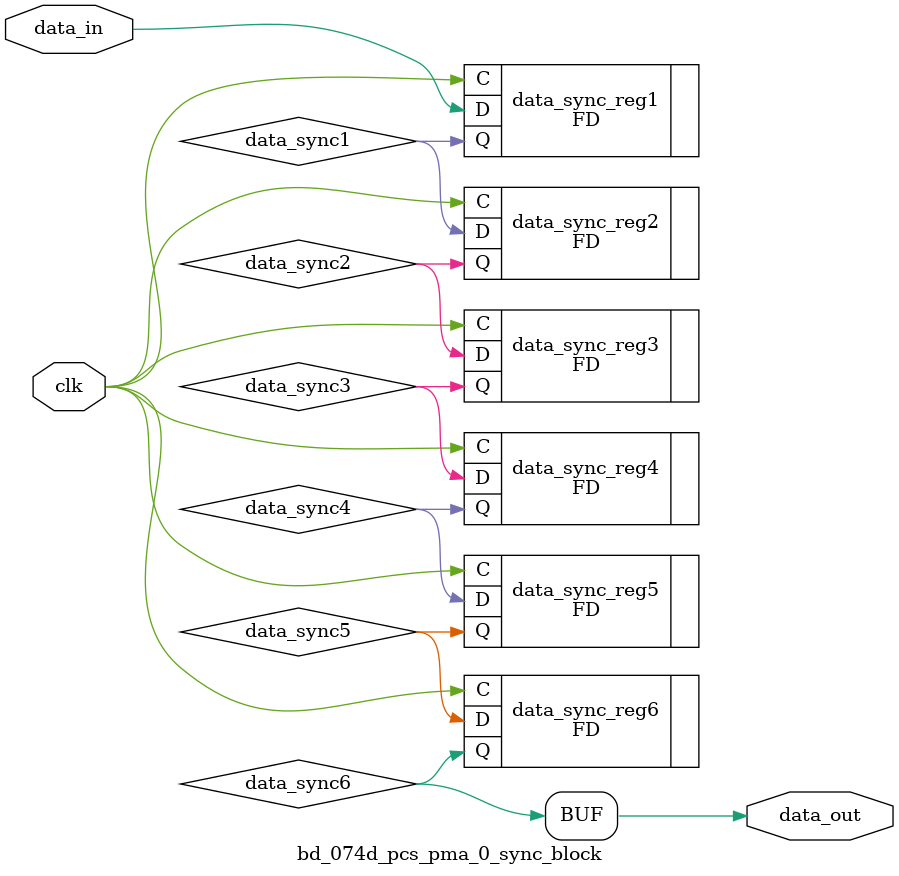
<source format=v>

`timescale 1ps / 1ps

module bd_074d_pcs_pma_0_sync_block #(
  parameter INITIALISE = 2'b00
)
(
  input        clk,              // clock to be sync'ed to
  input        data_in,          // Data to be 'synced'
  output       data_out          // synced data
);

  // Internal Signals
  wire data_sync1;
  wire data_sync2;
  wire data_sync3;
  wire data_sync4;
  wire data_sync5;
  wire data_sync6;


  (* shreg_extract = "no", ASYNC_REG = "TRUE" *)
  FD #(
    .INIT (INITIALISE[0])
  ) data_sync_reg1 (
    .C  (clk),
    .D  (data_in),
    .Q  (data_sync1)
  );


  (* shreg_extract = "no", ASYNC_REG = "TRUE" *)
  FD #(
   .INIT (INITIALISE[1])
  ) data_sync_reg2 (
  .C  (clk),
  .D  (data_sync1),
  .Q  (data_sync2)
  );


  (* shreg_extract = "no", ASYNC_REG = "TRUE" *)
  FD #(
   .INIT (INITIALISE[1])
  ) data_sync_reg3 (
  .C  (clk),
  .D  (data_sync2),
  .Q  (data_sync3)
  );

  (* shreg_extract = "no", ASYNC_REG = "TRUE" *)
  FD #(
   .INIT (INITIALISE[1])
  ) data_sync_reg4 (
  .C  (clk),
  .D  (data_sync3),
  .Q  (data_sync4)
  );

  (* shreg_extract = "no", ASYNC_REG = "TRUE" *)
  FD #(
   .INIT (INITIALISE[1])
  ) data_sync_reg5 (
  .C  (clk),
  .D  (data_sync4),
  .Q  (data_sync5)
  );

  (* shreg_extract = "no", ASYNC_REG = "TRUE" *)
  FD #(
   .INIT (INITIALISE[1])
  ) data_sync_reg6 (
  .C  (clk),
  .D  (data_sync5),
  .Q  (data_sync6)
  );
  assign data_out = data_sync6;


endmodule



</source>
